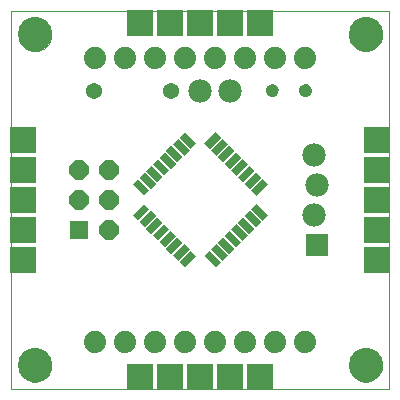
<source format=gts>
G75*
G70*
%OFA0B0*%
%FSLAX24Y24*%
%IPPOS*%
%LPD*%
%AMOC8*
5,1,8,0,0,1.08239X$1,22.5*
%
%ADD10C,0.0000*%
%ADD11C,0.1142*%
%ADD12C,0.0740*%
%ADD13R,0.0540X0.0260*%
%ADD14R,0.0260X0.0540*%
%ADD15C,0.0540*%
%ADD16C,0.0050*%
%ADD17R,0.0640X0.0640*%
%ADD18OC8,0.0640*%
%ADD19R,0.0900X0.0900*%
%ADD20R,0.0780X0.0780*%
%ADD21C,0.0780*%
D10*
X000156Y000156D02*
X012755Y000156D01*
X012755Y012755D01*
X000156Y012755D01*
X000156Y000156D01*
X000393Y000944D02*
X000395Y000991D01*
X000401Y001037D01*
X000411Y001083D01*
X000424Y001128D01*
X000442Y001171D01*
X000463Y001213D01*
X000487Y001253D01*
X000515Y001290D01*
X000546Y001325D01*
X000580Y001358D01*
X000616Y001387D01*
X000655Y001413D01*
X000696Y001436D01*
X000739Y001455D01*
X000783Y001471D01*
X000828Y001483D01*
X000874Y001491D01*
X000921Y001495D01*
X000967Y001495D01*
X001014Y001491D01*
X001060Y001483D01*
X001105Y001471D01*
X001149Y001455D01*
X001192Y001436D01*
X001233Y001413D01*
X001272Y001387D01*
X001308Y001358D01*
X001342Y001325D01*
X001373Y001290D01*
X001401Y001253D01*
X001425Y001213D01*
X001446Y001171D01*
X001464Y001128D01*
X001477Y001083D01*
X001487Y001037D01*
X001493Y000991D01*
X001495Y000944D01*
X001493Y000897D01*
X001487Y000851D01*
X001477Y000805D01*
X001464Y000760D01*
X001446Y000717D01*
X001425Y000675D01*
X001401Y000635D01*
X001373Y000598D01*
X001342Y000563D01*
X001308Y000530D01*
X001272Y000501D01*
X001233Y000475D01*
X001192Y000452D01*
X001149Y000433D01*
X001105Y000417D01*
X001060Y000405D01*
X001014Y000397D01*
X000967Y000393D01*
X000921Y000393D01*
X000874Y000397D01*
X000828Y000405D01*
X000783Y000417D01*
X000739Y000433D01*
X000696Y000452D01*
X000655Y000475D01*
X000616Y000501D01*
X000580Y000530D01*
X000546Y000563D01*
X000515Y000598D01*
X000487Y000635D01*
X000463Y000675D01*
X000442Y000717D01*
X000424Y000760D01*
X000411Y000805D01*
X000401Y000851D01*
X000395Y000897D01*
X000393Y000944D01*
X000393Y011967D02*
X000395Y012014D01*
X000401Y012060D01*
X000411Y012106D01*
X000424Y012151D01*
X000442Y012194D01*
X000463Y012236D01*
X000487Y012276D01*
X000515Y012313D01*
X000546Y012348D01*
X000580Y012381D01*
X000616Y012410D01*
X000655Y012436D01*
X000696Y012459D01*
X000739Y012478D01*
X000783Y012494D01*
X000828Y012506D01*
X000874Y012514D01*
X000921Y012518D01*
X000967Y012518D01*
X001014Y012514D01*
X001060Y012506D01*
X001105Y012494D01*
X001149Y012478D01*
X001192Y012459D01*
X001233Y012436D01*
X001272Y012410D01*
X001308Y012381D01*
X001342Y012348D01*
X001373Y012313D01*
X001401Y012276D01*
X001425Y012236D01*
X001446Y012194D01*
X001464Y012151D01*
X001477Y012106D01*
X001487Y012060D01*
X001493Y012014D01*
X001495Y011967D01*
X001493Y011920D01*
X001487Y011874D01*
X001477Y011828D01*
X001464Y011783D01*
X001446Y011740D01*
X001425Y011698D01*
X001401Y011658D01*
X001373Y011621D01*
X001342Y011586D01*
X001308Y011553D01*
X001272Y011524D01*
X001233Y011498D01*
X001192Y011475D01*
X001149Y011456D01*
X001105Y011440D01*
X001060Y011428D01*
X001014Y011420D01*
X000967Y011416D01*
X000921Y011416D01*
X000874Y011420D01*
X000828Y011428D01*
X000783Y011440D01*
X000739Y011456D01*
X000696Y011475D01*
X000655Y011498D01*
X000616Y011524D01*
X000580Y011553D01*
X000546Y011586D01*
X000515Y011621D01*
X000487Y011658D01*
X000463Y011698D01*
X000442Y011740D01*
X000424Y011783D01*
X000411Y011828D01*
X000401Y011874D01*
X000395Y011920D01*
X000393Y011967D01*
X011416Y011967D02*
X011418Y012014D01*
X011424Y012060D01*
X011434Y012106D01*
X011447Y012151D01*
X011465Y012194D01*
X011486Y012236D01*
X011510Y012276D01*
X011538Y012313D01*
X011569Y012348D01*
X011603Y012381D01*
X011639Y012410D01*
X011678Y012436D01*
X011719Y012459D01*
X011762Y012478D01*
X011806Y012494D01*
X011851Y012506D01*
X011897Y012514D01*
X011944Y012518D01*
X011990Y012518D01*
X012037Y012514D01*
X012083Y012506D01*
X012128Y012494D01*
X012172Y012478D01*
X012215Y012459D01*
X012256Y012436D01*
X012295Y012410D01*
X012331Y012381D01*
X012365Y012348D01*
X012396Y012313D01*
X012424Y012276D01*
X012448Y012236D01*
X012469Y012194D01*
X012487Y012151D01*
X012500Y012106D01*
X012510Y012060D01*
X012516Y012014D01*
X012518Y011967D01*
X012516Y011920D01*
X012510Y011874D01*
X012500Y011828D01*
X012487Y011783D01*
X012469Y011740D01*
X012448Y011698D01*
X012424Y011658D01*
X012396Y011621D01*
X012365Y011586D01*
X012331Y011553D01*
X012295Y011524D01*
X012256Y011498D01*
X012215Y011475D01*
X012172Y011456D01*
X012128Y011440D01*
X012083Y011428D01*
X012037Y011420D01*
X011990Y011416D01*
X011944Y011416D01*
X011897Y011420D01*
X011851Y011428D01*
X011806Y011440D01*
X011762Y011456D01*
X011719Y011475D01*
X011678Y011498D01*
X011639Y011524D01*
X011603Y011553D01*
X011569Y011586D01*
X011538Y011621D01*
X011510Y011658D01*
X011486Y011698D01*
X011465Y011740D01*
X011447Y011783D01*
X011434Y011828D01*
X011424Y011874D01*
X011418Y011920D01*
X011416Y011967D01*
X011416Y000944D02*
X011418Y000991D01*
X011424Y001037D01*
X011434Y001083D01*
X011447Y001128D01*
X011465Y001171D01*
X011486Y001213D01*
X011510Y001253D01*
X011538Y001290D01*
X011569Y001325D01*
X011603Y001358D01*
X011639Y001387D01*
X011678Y001413D01*
X011719Y001436D01*
X011762Y001455D01*
X011806Y001471D01*
X011851Y001483D01*
X011897Y001491D01*
X011944Y001495D01*
X011990Y001495D01*
X012037Y001491D01*
X012083Y001483D01*
X012128Y001471D01*
X012172Y001455D01*
X012215Y001436D01*
X012256Y001413D01*
X012295Y001387D01*
X012331Y001358D01*
X012365Y001325D01*
X012396Y001290D01*
X012424Y001253D01*
X012448Y001213D01*
X012469Y001171D01*
X012487Y001128D01*
X012500Y001083D01*
X012510Y001037D01*
X012516Y000991D01*
X012518Y000944D01*
X012516Y000897D01*
X012510Y000851D01*
X012500Y000805D01*
X012487Y000760D01*
X012469Y000717D01*
X012448Y000675D01*
X012424Y000635D01*
X012396Y000598D01*
X012365Y000563D01*
X012331Y000530D01*
X012295Y000501D01*
X012256Y000475D01*
X012215Y000452D01*
X012172Y000433D01*
X012128Y000417D01*
X012083Y000405D01*
X012037Y000397D01*
X011990Y000393D01*
X011944Y000393D01*
X011897Y000397D01*
X011851Y000405D01*
X011806Y000417D01*
X011762Y000433D01*
X011719Y000452D01*
X011678Y000475D01*
X011639Y000501D01*
X011603Y000530D01*
X011569Y000563D01*
X011538Y000598D01*
X011510Y000635D01*
X011486Y000675D01*
X011465Y000717D01*
X011447Y000760D01*
X011434Y000805D01*
X011424Y000851D01*
X011418Y000897D01*
X011416Y000944D01*
D11*
X011967Y000944D03*
X000944Y000944D03*
X000944Y011967D03*
X011967Y011967D03*
D12*
X009956Y011180D03*
X008956Y011180D03*
X007956Y011180D03*
X006956Y011180D03*
X005956Y011180D03*
X004956Y011180D03*
X003956Y011180D03*
X002956Y011180D03*
X002956Y001731D03*
X003956Y001731D03*
X004956Y001731D03*
X005956Y001731D03*
X006956Y001731D03*
X007956Y001731D03*
X008956Y001731D03*
X009956Y001731D03*
D13*
G36*
X007192Y004422D02*
X006812Y004802D01*
X006996Y004986D01*
X007376Y004606D01*
X007192Y004422D01*
G37*
G36*
X006969Y004199D02*
X006589Y004579D01*
X006773Y004763D01*
X007153Y004383D01*
X006969Y004199D01*
G37*
G36*
X007414Y004644D02*
X007034Y005024D01*
X007218Y005208D01*
X007598Y004828D01*
X007414Y004644D01*
G37*
G36*
X007637Y004867D02*
X007257Y005247D01*
X007441Y005431D01*
X007821Y005051D01*
X007637Y004867D01*
G37*
G36*
X007860Y005090D02*
X007480Y005470D01*
X007664Y005654D01*
X008044Y005274D01*
X007860Y005090D01*
G37*
G36*
X008083Y005313D02*
X007703Y005693D01*
X007887Y005877D01*
X008267Y005497D01*
X008083Y005313D01*
G37*
G36*
X008305Y005535D02*
X007925Y005915D01*
X008109Y006099D01*
X008489Y005719D01*
X008305Y005535D01*
G37*
G36*
X008528Y005758D02*
X008148Y006138D01*
X008332Y006322D01*
X008712Y005942D01*
X008528Y005758D01*
G37*
G36*
X006138Y008148D02*
X005758Y008528D01*
X005942Y008712D01*
X006322Y008332D01*
X006138Y008148D01*
G37*
G36*
X005915Y007925D02*
X005535Y008305D01*
X005719Y008489D01*
X006099Y008109D01*
X005915Y007925D01*
G37*
G36*
X005693Y007703D02*
X005313Y008083D01*
X005497Y008267D01*
X005877Y007887D01*
X005693Y007703D01*
G37*
G36*
X005470Y007480D02*
X005090Y007860D01*
X005274Y008044D01*
X005654Y007664D01*
X005470Y007480D01*
G37*
G36*
X005247Y007257D02*
X004867Y007637D01*
X005051Y007821D01*
X005431Y007441D01*
X005247Y007257D01*
G37*
G36*
X005024Y007034D02*
X004644Y007414D01*
X004828Y007598D01*
X005208Y007218D01*
X005024Y007034D01*
G37*
G36*
X004802Y006812D02*
X004422Y007192D01*
X004606Y007376D01*
X004986Y006996D01*
X004802Y006812D01*
G37*
G36*
X004579Y006589D02*
X004199Y006969D01*
X004383Y007153D01*
X004763Y006773D01*
X004579Y006589D01*
G37*
D14*
G36*
X004383Y005758D02*
X004199Y005942D01*
X004579Y006322D01*
X004763Y006138D01*
X004383Y005758D01*
G37*
G36*
X004606Y005535D02*
X004422Y005719D01*
X004802Y006099D01*
X004986Y005915D01*
X004606Y005535D01*
G37*
G36*
X004828Y005313D02*
X004644Y005497D01*
X005024Y005877D01*
X005208Y005693D01*
X004828Y005313D01*
G37*
G36*
X005051Y005090D02*
X004867Y005274D01*
X005247Y005654D01*
X005431Y005470D01*
X005051Y005090D01*
G37*
G36*
X005274Y004867D02*
X005090Y005051D01*
X005470Y005431D01*
X005654Y005247D01*
X005274Y004867D01*
G37*
G36*
X005497Y004644D02*
X005313Y004828D01*
X005693Y005208D01*
X005877Y005024D01*
X005497Y004644D01*
G37*
G36*
X005719Y004422D02*
X005535Y004606D01*
X005915Y004986D01*
X006099Y004802D01*
X005719Y004422D01*
G37*
G36*
X005942Y004199D02*
X005758Y004383D01*
X006138Y004763D01*
X006322Y004579D01*
X005942Y004199D01*
G37*
G36*
X008332Y006589D02*
X008148Y006773D01*
X008528Y007153D01*
X008712Y006969D01*
X008332Y006589D01*
G37*
G36*
X008109Y006812D02*
X007925Y006996D01*
X008305Y007376D01*
X008489Y007192D01*
X008109Y006812D01*
G37*
G36*
X007887Y007034D02*
X007703Y007218D01*
X008083Y007598D01*
X008267Y007414D01*
X007887Y007034D01*
G37*
G36*
X007664Y007257D02*
X007480Y007441D01*
X007860Y007821D01*
X008044Y007637D01*
X007664Y007257D01*
G37*
G36*
X007441Y007480D02*
X007257Y007664D01*
X007637Y008044D01*
X007821Y007860D01*
X007441Y007480D01*
G37*
G36*
X007218Y007703D02*
X007034Y007887D01*
X007414Y008267D01*
X007598Y008083D01*
X007218Y007703D01*
G37*
G36*
X006996Y007925D02*
X006812Y008109D01*
X007192Y008489D01*
X007376Y008305D01*
X006996Y007925D01*
G37*
G36*
X006773Y008148D02*
X006589Y008332D01*
X006969Y008712D01*
X007153Y008528D01*
X006773Y008148D01*
G37*
D15*
X005471Y010097D03*
X002912Y010097D03*
D16*
X008685Y010099D02*
X008689Y010060D01*
X008702Y010022D01*
X008722Y009988D01*
X008750Y009960D01*
X008783Y009938D01*
X008820Y009924D01*
X008859Y009919D01*
X008899Y009925D01*
X008937Y009939D01*
X008970Y009961D01*
X008998Y009990D01*
X009018Y010025D01*
X009031Y010063D01*
X009034Y010103D01*
X009029Y010141D01*
X009016Y010177D01*
X008994Y010209D01*
X008967Y010235D01*
X008934Y010255D01*
X008897Y010267D01*
X008859Y010270D01*
X008821Y010266D01*
X008784Y010254D01*
X008751Y010234D01*
X008724Y010206D01*
X008703Y010174D01*
X008690Y010138D01*
X008685Y010099D01*
X009034Y010099D01*
X009027Y010147D02*
X008693Y010147D01*
X008717Y010196D02*
X009003Y010196D01*
X008952Y010244D02*
X008769Y010244D01*
X008692Y010050D02*
X009027Y010050D01*
X009005Y010002D02*
X008714Y010002D01*
X008759Y009953D02*
X008958Y009953D01*
X009791Y010060D02*
X009787Y010099D01*
X010136Y010099D01*
X010136Y010103D02*
X010133Y010063D01*
X010120Y010025D01*
X010100Y009990D01*
X010072Y009961D01*
X010039Y009939D01*
X010001Y009925D01*
X009961Y009919D01*
X009922Y009924D01*
X009885Y009938D01*
X009852Y009960D01*
X009824Y009988D01*
X009804Y010022D01*
X009791Y010060D01*
X009794Y010050D02*
X010129Y010050D01*
X010107Y010002D02*
X009816Y010002D01*
X009861Y009953D02*
X010060Y009953D01*
X010136Y010103D02*
X010131Y010141D01*
X010118Y010177D01*
X010096Y010209D01*
X010069Y010235D01*
X010036Y010255D01*
X009999Y010267D01*
X009961Y010270D01*
X009923Y010266D01*
X009886Y010254D01*
X009853Y010234D01*
X009826Y010206D01*
X009805Y010174D01*
X009792Y010138D01*
X009787Y010099D01*
X009795Y010147D02*
X010129Y010147D01*
X010105Y010196D02*
X009819Y010196D01*
X009871Y010244D02*
X010054Y010244D01*
D17*
X002412Y005456D03*
D18*
X002412Y006456D03*
X002412Y007456D03*
X003412Y007456D03*
X003412Y006456D03*
X003412Y005456D03*
D19*
X000550Y005456D03*
X000550Y006456D03*
X000550Y007456D03*
X000550Y008456D03*
X004456Y012361D03*
X005456Y012361D03*
X006456Y012361D03*
X007456Y012361D03*
X008456Y012361D03*
X012361Y008456D03*
X012361Y007456D03*
X012361Y006456D03*
X012361Y005456D03*
X012361Y004456D03*
X008456Y000550D03*
X007456Y000550D03*
X006456Y000550D03*
X005456Y000550D03*
X004456Y000550D03*
X000550Y004456D03*
D20*
X010364Y004959D03*
D21*
X010264Y005959D03*
X010364Y006959D03*
X010264Y007959D03*
X007456Y010097D03*
X006456Y010097D03*
M02*

</source>
